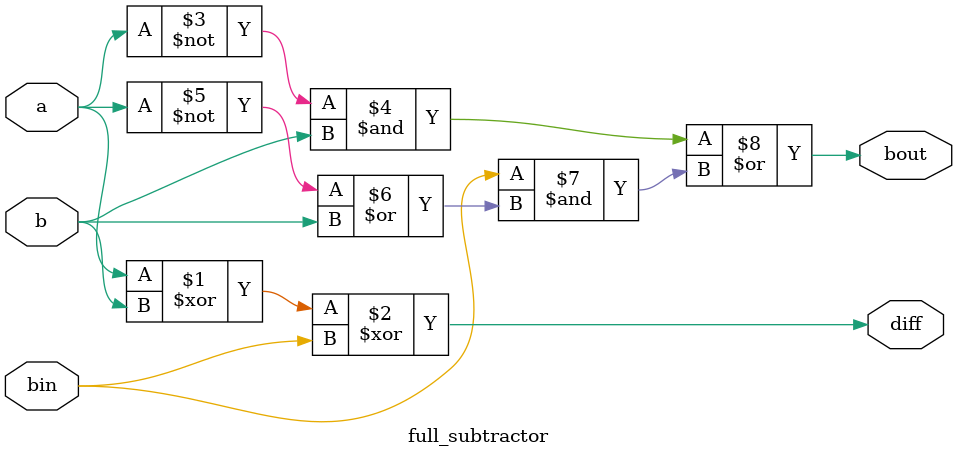
<source format=sv>
module full_subtractor (
    input logic a,      // Primer bit (minuendo)
    input logic b,      // Segundo bit (sustraendo)
    input logic bin,    // Bit de préstamo de entrada
    output logic diff,  // Resultado de la resta
    output logic bout    // Bit de préstamo de salida
);

    // La diferencia se calcula usando XOR
    assign diff = a ^ b ^ bin;

    // El préstamo de salida se calcula usando la lógica AND y OR
    assign bout = (~a & b) | (bin & (~a | b));

endmodule
</source>
